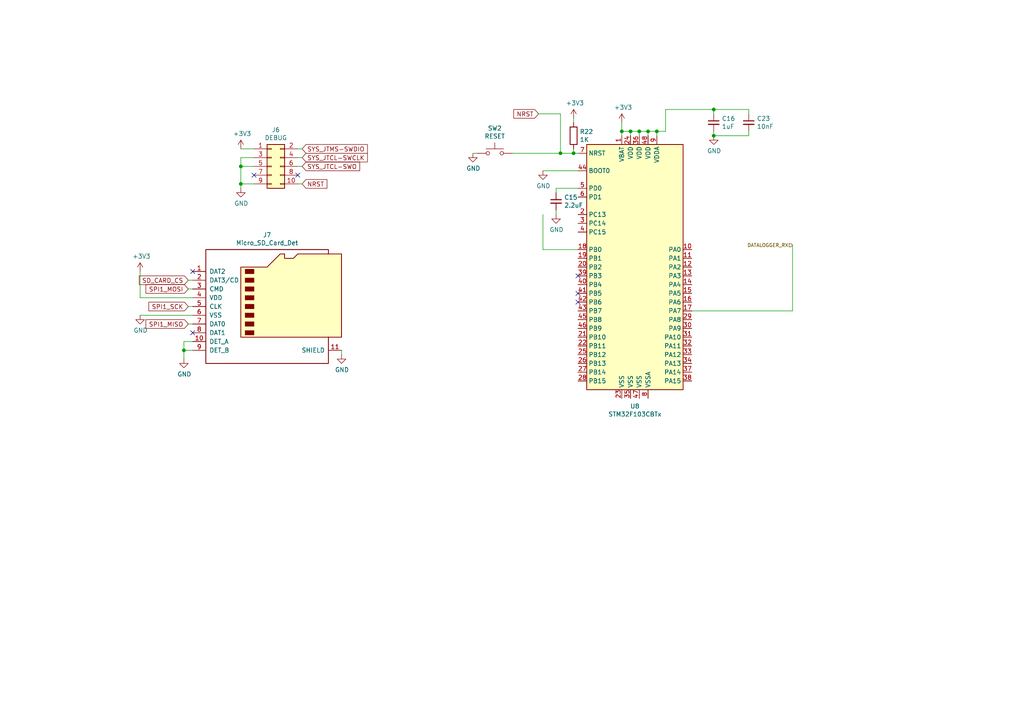
<source format=kicad_sch>
(kicad_sch (version 20211123) (generator eeschema)

  (uuid f33a3d47-7959-4a10-80ac-9b014d527e4d)

  (paper "A4")

  (lib_symbols
    (symbol "Connector:Micro_SD_Card_Det" (pin_names (offset 1.016)) (in_bom yes) (on_board yes)
      (property "Reference" "J" (id 0) (at -16.51 17.78 0)
        (effects (font (size 1.27 1.27)))
      )
      (property "Value" "Micro_SD_Card_Det" (id 1) (at 16.51 17.78 0)
        (effects (font (size 1.27 1.27)) (justify right))
      )
      (property "Footprint" "" (id 2) (at 52.07 17.78 0)
        (effects (font (size 1.27 1.27)) hide)
      )
      (property "Datasheet" "https://www.hirose.com/product/en/download_file/key_name/DM3/category/Catalog/doc_file_id/49662/?file_category_id=4&item_id=195&is_series=1" (id 3) (at 0 2.54 0)
        (effects (font (size 1.27 1.27)) hide)
      )
      (property "ki_keywords" "connector SD microsd" (id 4) (at 0 0 0)
        (effects (font (size 1.27 1.27)) hide)
      )
      (property "ki_description" "Micro SD Card Socket with card detection pins" (id 5) (at 0 0 0)
        (effects (font (size 1.27 1.27)) hide)
      )
      (property "ki_fp_filters" "microSD*" (id 6) (at 0 0 0)
        (effects (font (size 1.27 1.27)) hide)
      )
      (symbol "Micro_SD_Card_Det_0_1"
        (rectangle (start -7.62 -6.985) (end -5.08 -8.255)
          (stroke (width 0) (type default) (color 0 0 0 0))
          (fill (type outline))
        )
        (rectangle (start -7.62 -4.445) (end -5.08 -5.715)
          (stroke (width 0) (type default) (color 0 0 0 0))
          (fill (type outline))
        )
        (rectangle (start -7.62 -1.905) (end -5.08 -3.175)
          (stroke (width 0) (type default) (color 0 0 0 0))
          (fill (type outline))
        )
        (rectangle (start -7.62 0.635) (end -5.08 -0.635)
          (stroke (width 0) (type default) (color 0 0 0 0))
          (fill (type outline))
        )
        (rectangle (start -7.62 3.175) (end -5.08 1.905)
          (stroke (width 0) (type default) (color 0 0 0 0))
          (fill (type outline))
        )
        (rectangle (start -7.62 5.715) (end -5.08 4.445)
          (stroke (width 0) (type default) (color 0 0 0 0))
          (fill (type outline))
        )
        (rectangle (start -7.62 8.255) (end -5.08 6.985)
          (stroke (width 0) (type default) (color 0 0 0 0))
          (fill (type outline))
        )
        (rectangle (start -7.62 10.795) (end -5.08 9.525)
          (stroke (width 0) (type default) (color 0 0 0 0))
          (fill (type outline))
        )
        (polyline
          (pts
            (xy 16.51 15.24)
            (xy 16.51 16.51)
            (xy -19.05 16.51)
            (xy -19.05 -16.51)
            (xy 16.51 -16.51)
            (xy 16.51 -8.89)
          )
          (stroke (width 0.254) (type default) (color 0 0 0 0))
          (fill (type none))
        )
        (polyline
          (pts
            (xy -8.89 -8.89)
            (xy -8.89 11.43)
            (xy -1.27 11.43)
            (xy 2.54 15.24)
            (xy 3.81 15.24)
            (xy 3.81 13.97)
            (xy 6.35 13.97)
            (xy 7.62 15.24)
            (xy 20.32 15.24)
            (xy 20.32 -8.89)
            (xy -8.89 -8.89)
          )
          (stroke (width 0.254) (type default) (color 0 0 0 0))
          (fill (type background))
        )
      )
      (symbol "Micro_SD_Card_Det_1_1"
        (pin bidirectional line (at -22.86 10.16 0) (length 3.81)
          (name "DAT2" (effects (font (size 1.27 1.27))))
          (number "1" (effects (font (size 1.27 1.27))))
        )
        (pin passive line (at -22.86 -10.16 0) (length 3.81)
          (name "DET_A" (effects (font (size 1.27 1.27))))
          (number "10" (effects (font (size 1.27 1.27))))
        )
        (pin passive line (at 20.32 -12.7 180) (length 3.81)
          (name "SHIELD" (effects (font (size 1.27 1.27))))
          (number "11" (effects (font (size 1.27 1.27))))
        )
        (pin bidirectional line (at -22.86 7.62 0) (length 3.81)
          (name "DAT3/CD" (effects (font (size 1.27 1.27))))
          (number "2" (effects (font (size 1.27 1.27))))
        )
        (pin input line (at -22.86 5.08 0) (length 3.81)
          (name "CMD" (effects (font (size 1.27 1.27))))
          (number "3" (effects (font (size 1.27 1.27))))
        )
        (pin power_in line (at -22.86 2.54 0) (length 3.81)
          (name "VDD" (effects (font (size 1.27 1.27))))
          (number "4" (effects (font (size 1.27 1.27))))
        )
        (pin input line (at -22.86 0 0) (length 3.81)
          (name "CLK" (effects (font (size 1.27 1.27))))
          (number "5" (effects (font (size 1.27 1.27))))
        )
        (pin power_in line (at -22.86 -2.54 0) (length 3.81)
          (name "VSS" (effects (font (size 1.27 1.27))))
          (number "6" (effects (font (size 1.27 1.27))))
        )
        (pin bidirectional line (at -22.86 -5.08 0) (length 3.81)
          (name "DAT0" (effects (font (size 1.27 1.27))))
          (number "7" (effects (font (size 1.27 1.27))))
        )
        (pin bidirectional line (at -22.86 -7.62 0) (length 3.81)
          (name "DAT1" (effects (font (size 1.27 1.27))))
          (number "8" (effects (font (size 1.27 1.27))))
        )
        (pin passive line (at -22.86 -12.7 0) (length 3.81)
          (name "DET_B" (effects (font (size 1.27 1.27))))
          (number "9" (effects (font (size 1.27 1.27))))
        )
      )
    )
    (symbol "Connector_Generic:Conn_02x05_Odd_Even" (pin_names (offset 1.016) hide) (in_bom yes) (on_board yes)
      (property "Reference" "J" (id 0) (at 1.27 7.62 0)
        (effects (font (size 1.27 1.27)))
      )
      (property "Value" "Conn_02x05_Odd_Even" (id 1) (at 1.27 -7.62 0)
        (effects (font (size 1.27 1.27)))
      )
      (property "Footprint" "" (id 2) (at 0 0 0)
        (effects (font (size 1.27 1.27)) hide)
      )
      (property "Datasheet" "~" (id 3) (at 0 0 0)
        (effects (font (size 1.27 1.27)) hide)
      )
      (property "ki_keywords" "connector" (id 4) (at 0 0 0)
        (effects (font (size 1.27 1.27)) hide)
      )
      (property "ki_description" "Generic connector, double row, 02x05, odd/even pin numbering scheme (row 1 odd numbers, row 2 even numbers), script generated (kicad-library-utils/schlib/autogen/connector/)" (id 5) (at 0 0 0)
        (effects (font (size 1.27 1.27)) hide)
      )
      (property "ki_fp_filters" "Connector*:*_2x??_*" (id 6) (at 0 0 0)
        (effects (font (size 1.27 1.27)) hide)
      )
      (symbol "Conn_02x05_Odd_Even_1_1"
        (rectangle (start -1.27 -4.953) (end 0 -5.207)
          (stroke (width 0.1524) (type default) (color 0 0 0 0))
          (fill (type none))
        )
        (rectangle (start -1.27 -2.413) (end 0 -2.667)
          (stroke (width 0.1524) (type default) (color 0 0 0 0))
          (fill (type none))
        )
        (rectangle (start -1.27 0.127) (end 0 -0.127)
          (stroke (width 0.1524) (type default) (color 0 0 0 0))
          (fill (type none))
        )
        (rectangle (start -1.27 2.667) (end 0 2.413)
          (stroke (width 0.1524) (type default) (color 0 0 0 0))
          (fill (type none))
        )
        (rectangle (start -1.27 5.207) (end 0 4.953)
          (stroke (width 0.1524) (type default) (color 0 0 0 0))
          (fill (type none))
        )
        (rectangle (start -1.27 6.35) (end 3.81 -6.35)
          (stroke (width 0.254) (type default) (color 0 0 0 0))
          (fill (type background))
        )
        (rectangle (start 3.81 -4.953) (end 2.54 -5.207)
          (stroke (width 0.1524) (type default) (color 0 0 0 0))
          (fill (type none))
        )
        (rectangle (start 3.81 -2.413) (end 2.54 -2.667)
          (stroke (width 0.1524) (type default) (color 0 0 0 0))
          (fill (type none))
        )
        (rectangle (start 3.81 0.127) (end 2.54 -0.127)
          (stroke (width 0.1524) (type default) (color 0 0 0 0))
          (fill (type none))
        )
        (rectangle (start 3.81 2.667) (end 2.54 2.413)
          (stroke (width 0.1524) (type default) (color 0 0 0 0))
          (fill (type none))
        )
        (rectangle (start 3.81 5.207) (end 2.54 4.953)
          (stroke (width 0.1524) (type default) (color 0 0 0 0))
          (fill (type none))
        )
        (pin passive line (at -5.08 5.08 0) (length 3.81)
          (name "Pin_1" (effects (font (size 1.27 1.27))))
          (number "1" (effects (font (size 1.27 1.27))))
        )
        (pin passive line (at 7.62 -5.08 180) (length 3.81)
          (name "Pin_10" (effects (font (size 1.27 1.27))))
          (number "10" (effects (font (size 1.27 1.27))))
        )
        (pin passive line (at 7.62 5.08 180) (length 3.81)
          (name "Pin_2" (effects (font (size 1.27 1.27))))
          (number "2" (effects (font (size 1.27 1.27))))
        )
        (pin passive line (at -5.08 2.54 0) (length 3.81)
          (name "Pin_3" (effects (font (size 1.27 1.27))))
          (number "3" (effects (font (size 1.27 1.27))))
        )
        (pin passive line (at 7.62 2.54 180) (length 3.81)
          (name "Pin_4" (effects (font (size 1.27 1.27))))
          (number "4" (effects (font (size 1.27 1.27))))
        )
        (pin passive line (at -5.08 0 0) (length 3.81)
          (name "Pin_5" (effects (font (size 1.27 1.27))))
          (number "5" (effects (font (size 1.27 1.27))))
        )
        (pin passive line (at 7.62 0 180) (length 3.81)
          (name "Pin_6" (effects (font (size 1.27 1.27))))
          (number "6" (effects (font (size 1.27 1.27))))
        )
        (pin passive line (at -5.08 -2.54 0) (length 3.81)
          (name "Pin_7" (effects (font (size 1.27 1.27))))
          (number "7" (effects (font (size 1.27 1.27))))
        )
        (pin passive line (at 7.62 -2.54 180) (length 3.81)
          (name "Pin_8" (effects (font (size 1.27 1.27))))
          (number "8" (effects (font (size 1.27 1.27))))
        )
        (pin passive line (at -5.08 -5.08 0) (length 3.81)
          (name "Pin_9" (effects (font (size 1.27 1.27))))
          (number "9" (effects (font (size 1.27 1.27))))
        )
      )
    )
    (symbol "Device:C_Small" (pin_numbers hide) (pin_names (offset 0.254) hide) (in_bom yes) (on_board yes)
      (property "Reference" "C" (id 0) (at 0.254 1.778 0)
        (effects (font (size 1.27 1.27)) (justify left))
      )
      (property "Value" "C_Small" (id 1) (at 0.254 -2.032 0)
        (effects (font (size 1.27 1.27)) (justify left))
      )
      (property "Footprint" "" (id 2) (at 0 0 0)
        (effects (font (size 1.27 1.27)) hide)
      )
      (property "Datasheet" "~" (id 3) (at 0 0 0)
        (effects (font (size 1.27 1.27)) hide)
      )
      (property "ki_keywords" "capacitor cap" (id 4) (at 0 0 0)
        (effects (font (size 1.27 1.27)) hide)
      )
      (property "ki_description" "Unpolarized capacitor, small symbol" (id 5) (at 0 0 0)
        (effects (font (size 1.27 1.27)) hide)
      )
      (property "ki_fp_filters" "C_*" (id 6) (at 0 0 0)
        (effects (font (size 1.27 1.27)) hide)
      )
      (symbol "C_Small_0_1"
        (polyline
          (pts
            (xy -1.524 -0.508)
            (xy 1.524 -0.508)
          )
          (stroke (width 0.3302) (type default) (color 0 0 0 0))
          (fill (type none))
        )
        (polyline
          (pts
            (xy -1.524 0.508)
            (xy 1.524 0.508)
          )
          (stroke (width 0.3048) (type default) (color 0 0 0 0))
          (fill (type none))
        )
      )
      (symbol "C_Small_1_1"
        (pin passive line (at 0 2.54 270) (length 2.032)
          (name "~" (effects (font (size 1.27 1.27))))
          (number "1" (effects (font (size 1.27 1.27))))
        )
        (pin passive line (at 0 -2.54 90) (length 2.032)
          (name "~" (effects (font (size 1.27 1.27))))
          (number "2" (effects (font (size 1.27 1.27))))
        )
      )
    )
    (symbol "Device:R" (pin_numbers hide) (pin_names (offset 0)) (in_bom yes) (on_board yes)
      (property "Reference" "R" (id 0) (at 2.032 0 90)
        (effects (font (size 1.27 1.27)))
      )
      (property "Value" "R" (id 1) (at 0 0 90)
        (effects (font (size 1.27 1.27)))
      )
      (property "Footprint" "" (id 2) (at -1.778 0 90)
        (effects (font (size 1.27 1.27)) hide)
      )
      (property "Datasheet" "~" (id 3) (at 0 0 0)
        (effects (font (size 1.27 1.27)) hide)
      )
      (property "ki_keywords" "R res resistor" (id 4) (at 0 0 0)
        (effects (font (size 1.27 1.27)) hide)
      )
      (property "ki_description" "Resistor" (id 5) (at 0 0 0)
        (effects (font (size 1.27 1.27)) hide)
      )
      (property "ki_fp_filters" "R_*" (id 6) (at 0 0 0)
        (effects (font (size 1.27 1.27)) hide)
      )
      (symbol "R_0_1"
        (rectangle (start -1.016 -2.54) (end 1.016 2.54)
          (stroke (width 0.254) (type default) (color 0 0 0 0))
          (fill (type none))
        )
      )
      (symbol "R_1_1"
        (pin passive line (at 0 3.81 270) (length 1.27)
          (name "~" (effects (font (size 1.27 1.27))))
          (number "1" (effects (font (size 1.27 1.27))))
        )
        (pin passive line (at 0 -3.81 90) (length 1.27)
          (name "~" (effects (font (size 1.27 1.27))))
          (number "2" (effects (font (size 1.27 1.27))))
        )
      )
    )
    (symbol "ECE477_PCB-rescue:+3.3V-power" (power) (pin_names (offset 0)) (in_bom yes) (on_board yes)
      (property "Reference" "#PWR" (id 0) (at 0 -3.81 0)
        (effects (font (size 1.27 1.27)) hide)
      )
      (property "Value" "+3.3V-power" (id 1) (at 0 3.556 0)
        (effects (font (size 1.27 1.27)))
      )
      (property "Footprint" "" (id 2) (at 0 0 0)
        (effects (font (size 1.27 1.27)) hide)
      )
      (property "Datasheet" "" (id 3) (at 0 0 0)
        (effects (font (size 1.27 1.27)) hide)
      )
      (symbol "+3.3V-power_0_1"
        (polyline
          (pts
            (xy -0.762 1.27)
            (xy 0 2.54)
          )
          (stroke (width 0) (type default) (color 0 0 0 0))
          (fill (type none))
        )
        (polyline
          (pts
            (xy 0 0)
            (xy 0 2.54)
          )
          (stroke (width 0) (type default) (color 0 0 0 0))
          (fill (type none))
        )
        (polyline
          (pts
            (xy 0 2.54)
            (xy 0.762 1.27)
          )
          (stroke (width 0) (type default) (color 0 0 0 0))
          (fill (type none))
        )
      )
      (symbol "+3.3V-power_1_1"
        (pin power_in line (at 0 0 90) (length 0) hide
          (name "+3V3" (effects (font (size 1.27 1.27))))
          (number "1" (effects (font (size 1.27 1.27))))
        )
      )
    )
    (symbol "MCU_ST_STM32F1:STM32F103CBTx" (in_bom yes) (on_board yes)
      (property "Reference" "U" (id 0) (at -15.24 36.83 0)
        (effects (font (size 1.27 1.27)) (justify left))
      )
      (property "Value" "STM32F103CBTx" (id 1) (at 7.62 36.83 0)
        (effects (font (size 1.27 1.27)) (justify left))
      )
      (property "Footprint" "Package_QFP:LQFP-48_7x7mm_P0.5mm" (id 2) (at -15.24 -35.56 0)
        (effects (font (size 1.27 1.27)) (justify right) hide)
      )
      (property "Datasheet" "http://www.st.com/st-web-ui/static/active/en/resource/technical/document/datasheet/CD00161566.pdf" (id 3) (at 0 0 0)
        (effects (font (size 1.27 1.27)) hide)
      )
      (property "ki_keywords" "ARM Cortex-M3 STM32F1 STM32F103" (id 4) (at 0 0 0)
        (effects (font (size 1.27 1.27)) hide)
      )
      (property "ki_description" "ARM Cortex-M3 MCU, 128KB flash, 20KB RAM, 72MHz, 2-3.6V, 37 GPIO, LQFP-48" (id 5) (at 0 0 0)
        (effects (font (size 1.27 1.27)) hide)
      )
      (property "ki_fp_filters" "LQFP*7x7mm*P0.5mm*" (id 6) (at 0 0 0)
        (effects (font (size 1.27 1.27)) hide)
      )
      (symbol "STM32F103CBTx_0_1"
        (rectangle (start -15.24 -35.56) (end 12.7 35.56)
          (stroke (width 0.254) (type default) (color 0 0 0 0))
          (fill (type background))
        )
      )
      (symbol "STM32F103CBTx_1_1"
        (pin power_in line (at -5.08 38.1 270) (length 2.54)
          (name "VBAT" (effects (font (size 1.27 1.27))))
          (number "1" (effects (font (size 1.27 1.27))))
        )
        (pin bidirectional line (at 15.24 5.08 180) (length 2.54)
          (name "PA0" (effects (font (size 1.27 1.27))))
          (number "10" (effects (font (size 1.27 1.27))))
        )
        (pin bidirectional line (at 15.24 2.54 180) (length 2.54)
          (name "PA1" (effects (font (size 1.27 1.27))))
          (number "11" (effects (font (size 1.27 1.27))))
        )
        (pin bidirectional line (at 15.24 0 180) (length 2.54)
          (name "PA2" (effects (font (size 1.27 1.27))))
          (number "12" (effects (font (size 1.27 1.27))))
        )
        (pin bidirectional line (at 15.24 -2.54 180) (length 2.54)
          (name "PA3" (effects (font (size 1.27 1.27))))
          (number "13" (effects (font (size 1.27 1.27))))
        )
        (pin bidirectional line (at 15.24 -5.08 180) (length 2.54)
          (name "PA4" (effects (font (size 1.27 1.27))))
          (number "14" (effects (font (size 1.27 1.27))))
        )
        (pin bidirectional line (at 15.24 -7.62 180) (length 2.54)
          (name "PA5" (effects (font (size 1.27 1.27))))
          (number "15" (effects (font (size 1.27 1.27))))
        )
        (pin bidirectional line (at 15.24 -10.16 180) (length 2.54)
          (name "PA6" (effects (font (size 1.27 1.27))))
          (number "16" (effects (font (size 1.27 1.27))))
        )
        (pin bidirectional line (at 15.24 -12.7 180) (length 2.54)
          (name "PA7" (effects (font (size 1.27 1.27))))
          (number "17" (effects (font (size 1.27 1.27))))
        )
        (pin bidirectional line (at -17.78 5.08 0) (length 2.54)
          (name "PB0" (effects (font (size 1.27 1.27))))
          (number "18" (effects (font (size 1.27 1.27))))
        )
        (pin bidirectional line (at -17.78 2.54 0) (length 2.54)
          (name "PB1" (effects (font (size 1.27 1.27))))
          (number "19" (effects (font (size 1.27 1.27))))
        )
        (pin bidirectional line (at -17.78 15.24 0) (length 2.54)
          (name "PC13" (effects (font (size 1.27 1.27))))
          (number "2" (effects (font (size 1.27 1.27))))
        )
        (pin bidirectional line (at -17.78 0 0) (length 2.54)
          (name "PB2" (effects (font (size 1.27 1.27))))
          (number "20" (effects (font (size 1.27 1.27))))
        )
        (pin bidirectional line (at -17.78 -20.32 0) (length 2.54)
          (name "PB10" (effects (font (size 1.27 1.27))))
          (number "21" (effects (font (size 1.27 1.27))))
        )
        (pin bidirectional line (at -17.78 -22.86 0) (length 2.54)
          (name "PB11" (effects (font (size 1.27 1.27))))
          (number "22" (effects (font (size 1.27 1.27))))
        )
        (pin power_in line (at -5.08 -38.1 90) (length 2.54)
          (name "VSS" (effects (font (size 1.27 1.27))))
          (number "23" (effects (font (size 1.27 1.27))))
        )
        (pin power_in line (at -2.54 38.1 270) (length 2.54)
          (name "VDD" (effects (font (size 1.27 1.27))))
          (number "24" (effects (font (size 1.27 1.27))))
        )
        (pin bidirectional line (at -17.78 -25.4 0) (length 2.54)
          (name "PB12" (effects (font (size 1.27 1.27))))
          (number "25" (effects (font (size 1.27 1.27))))
        )
        (pin bidirectional line (at -17.78 -27.94 0) (length 2.54)
          (name "PB13" (effects (font (size 1.27 1.27))))
          (number "26" (effects (font (size 1.27 1.27))))
        )
        (pin bidirectional line (at -17.78 -30.48 0) (length 2.54)
          (name "PB14" (effects (font (size 1.27 1.27))))
          (number "27" (effects (font (size 1.27 1.27))))
        )
        (pin bidirectional line (at -17.78 -33.02 0) (length 2.54)
          (name "PB15" (effects (font (size 1.27 1.27))))
          (number "28" (effects (font (size 1.27 1.27))))
        )
        (pin bidirectional line (at 15.24 -15.24 180) (length 2.54)
          (name "PA8" (effects (font (size 1.27 1.27))))
          (number "29" (effects (font (size 1.27 1.27))))
        )
        (pin bidirectional line (at -17.78 12.7 0) (length 2.54)
          (name "PC14" (effects (font (size 1.27 1.27))))
          (number "3" (effects (font (size 1.27 1.27))))
        )
        (pin bidirectional line (at 15.24 -17.78 180) (length 2.54)
          (name "PA9" (effects (font (size 1.27 1.27))))
          (number "30" (effects (font (size 1.27 1.27))))
        )
        (pin bidirectional line (at 15.24 -20.32 180) (length 2.54)
          (name "PA10" (effects (font (size 1.27 1.27))))
          (number "31" (effects (font (size 1.27 1.27))))
        )
        (pin bidirectional line (at 15.24 -22.86 180) (length 2.54)
          (name "PA11" (effects (font (size 1.27 1.27))))
          (number "32" (effects (font (size 1.27 1.27))))
        )
        (pin bidirectional line (at 15.24 -25.4 180) (length 2.54)
          (name "PA12" (effects (font (size 1.27 1.27))))
          (number "33" (effects (font (size 1.27 1.27))))
        )
        (pin bidirectional line (at 15.24 -27.94 180) (length 2.54)
          (name "PA13" (effects (font (size 1.27 1.27))))
          (number "34" (effects (font (size 1.27 1.27))))
        )
        (pin power_in line (at -2.54 -38.1 90) (length 2.54)
          (name "VSS" (effects (font (size 1.27 1.27))))
          (number "35" (effects (font (size 1.27 1.27))))
        )
        (pin power_in line (at 0 38.1 270) (length 2.54)
          (name "VDD" (effects (font (size 1.27 1.27))))
          (number "36" (effects (font (size 1.27 1.27))))
        )
        (pin bidirectional line (at 15.24 -30.48 180) (length 2.54)
          (name "PA14" (effects (font (size 1.27 1.27))))
          (number "37" (effects (font (size 1.27 1.27))))
        )
        (pin bidirectional line (at 15.24 -33.02 180) (length 2.54)
          (name "PA15" (effects (font (size 1.27 1.27))))
          (number "38" (effects (font (size 1.27 1.27))))
        )
        (pin bidirectional line (at -17.78 -2.54 0) (length 2.54)
          (name "PB3" (effects (font (size 1.27 1.27))))
          (number "39" (effects (font (size 1.27 1.27))))
        )
        (pin bidirectional line (at -17.78 10.16 0) (length 2.54)
          (name "PC15" (effects (font (size 1.27 1.27))))
          (number "4" (effects (font (size 1.27 1.27))))
        )
        (pin bidirectional line (at -17.78 -5.08 0) (length 2.54)
          (name "PB4" (effects (font (size 1.27 1.27))))
          (number "40" (effects (font (size 1.27 1.27))))
        )
        (pin bidirectional line (at -17.78 -7.62 0) (length 2.54)
          (name "PB5" (effects (font (size 1.27 1.27))))
          (number "41" (effects (font (size 1.27 1.27))))
        )
        (pin bidirectional line (at -17.78 -10.16 0) (length 2.54)
          (name "PB6" (effects (font (size 1.27 1.27))))
          (number "42" (effects (font (size 1.27 1.27))))
        )
        (pin bidirectional line (at -17.78 -12.7 0) (length 2.54)
          (name "PB7" (effects (font (size 1.27 1.27))))
          (number "43" (effects (font (size 1.27 1.27))))
        )
        (pin input line (at -17.78 27.94 0) (length 2.54)
          (name "BOOT0" (effects (font (size 1.27 1.27))))
          (number "44" (effects (font (size 1.27 1.27))))
        )
        (pin bidirectional line (at -17.78 -15.24 0) (length 2.54)
          (name "PB8" (effects (font (size 1.27 1.27))))
          (number "45" (effects (font (size 1.27 1.27))))
        )
        (pin bidirectional line (at -17.78 -17.78 0) (length 2.54)
          (name "PB9" (effects (font (size 1.27 1.27))))
          (number "46" (effects (font (size 1.27 1.27))))
        )
        (pin power_in line (at 0 -38.1 90) (length 2.54)
          (name "VSS" (effects (font (size 1.27 1.27))))
          (number "47" (effects (font (size 1.27 1.27))))
        )
        (pin power_in line (at 2.54 38.1 270) (length 2.54)
          (name "VDD" (effects (font (size 1.27 1.27))))
          (number "48" (effects (font (size 1.27 1.27))))
        )
        (pin input line (at -17.78 22.86 0) (length 2.54)
          (name "PD0" (effects (font (size 1.27 1.27))))
          (number "5" (effects (font (size 1.27 1.27))))
        )
        (pin input line (at -17.78 20.32 0) (length 2.54)
          (name "PD1" (effects (font (size 1.27 1.27))))
          (number "6" (effects (font (size 1.27 1.27))))
        )
        (pin input line (at -17.78 33.02 0) (length 2.54)
          (name "NRST" (effects (font (size 1.27 1.27))))
          (number "7" (effects (font (size 1.27 1.27))))
        )
        (pin power_in line (at 2.54 -38.1 90) (length 2.54)
          (name "VSSA" (effects (font (size 1.27 1.27))))
          (number "8" (effects (font (size 1.27 1.27))))
        )
        (pin power_in line (at 5.08 38.1 270) (length 2.54)
          (name "VDDA" (effects (font (size 1.27 1.27))))
          (number "9" (effects (font (size 1.27 1.27))))
        )
      )
    )
    (symbol "Switch:SW_Push" (pin_numbers hide) (pin_names (offset 1.016) hide) (in_bom yes) (on_board yes)
      (property "Reference" "SW" (id 0) (at 1.27 2.54 0)
        (effects (font (size 1.27 1.27)) (justify left))
      )
      (property "Value" "SW_Push" (id 1) (at 0 -1.524 0)
        (effects (font (size 1.27 1.27)))
      )
      (property "Footprint" "" (id 2) (at 0 5.08 0)
        (effects (font (size 1.27 1.27)) hide)
      )
      (property "Datasheet" "~" (id 3) (at 0 5.08 0)
        (effects (font (size 1.27 1.27)) hide)
      )
      (property "ki_keywords" "switch normally-open pushbutton push-button" (id 4) (at 0 0 0)
        (effects (font (size 1.27 1.27)) hide)
      )
      (property "ki_description" "Push button switch, generic, two pins" (id 5) (at 0 0 0)
        (effects (font (size 1.27 1.27)) hide)
      )
      (symbol "SW_Push_0_1"
        (circle (center -2.032 0) (radius 0.508)
          (stroke (width 0) (type default) (color 0 0 0 0))
          (fill (type none))
        )
        (polyline
          (pts
            (xy 0 1.27)
            (xy 0 3.048)
          )
          (stroke (width 0) (type default) (color 0 0 0 0))
          (fill (type none))
        )
        (polyline
          (pts
            (xy 2.54 1.27)
            (xy -2.54 1.27)
          )
          (stroke (width 0) (type default) (color 0 0 0 0))
          (fill (type none))
        )
        (circle (center 2.032 0) (radius 0.508)
          (stroke (width 0) (type default) (color 0 0 0 0))
          (fill (type none))
        )
        (pin passive line (at -5.08 0 0) (length 2.54)
          (name "1" (effects (font (size 1.27 1.27))))
          (number "1" (effects (font (size 1.27 1.27))))
        )
        (pin passive line (at 5.08 0 180) (length 2.54)
          (name "2" (effects (font (size 1.27 1.27))))
          (number "2" (effects (font (size 1.27 1.27))))
        )
      )
    )
    (symbol "power:GND" (power) (pin_names (offset 0)) (in_bom yes) (on_board yes)
      (property "Reference" "#PWR" (id 0) (at 0 -6.35 0)
        (effects (font (size 1.27 1.27)) hide)
      )
      (property "Value" "GND" (id 1) (at 0 -3.81 0)
        (effects (font (size 1.27 1.27)))
      )
      (property "Footprint" "" (id 2) (at 0 0 0)
        (effects (font (size 1.27 1.27)) hide)
      )
      (property "Datasheet" "" (id 3) (at 0 0 0)
        (effects (font (size 1.27 1.27)) hide)
      )
      (property "ki_keywords" "power-flag" (id 4) (at 0 0 0)
        (effects (font (size 1.27 1.27)) hide)
      )
      (property "ki_description" "Power symbol creates a global label with name \"GND\" , ground" (id 5) (at 0 0 0)
        (effects (font (size 1.27 1.27)) hide)
      )
      (symbol "GND_0_1"
        (polyline
          (pts
            (xy 0 0)
            (xy 0 -1.27)
            (xy 1.27 -1.27)
            (xy 0 -2.54)
            (xy -1.27 -1.27)
            (xy 0 -1.27)
          )
          (stroke (width 0) (type default) (color 0 0 0 0))
          (fill (type none))
        )
      )
      (symbol "GND_1_1"
        (pin power_in line (at 0 0 270) (length 0) hide
          (name "GND" (effects (font (size 1.27 1.27))))
          (number "1" (effects (font (size 1.27 1.27))))
        )
      )
    )
  )

  (junction (at 185.42 38.1) (diameter 0) (color 0 0 0 0)
    (uuid 0f5f3738-cfe4-42dc-8327-85dfb9587eef)
  )
  (junction (at 207.01 31.75) (diameter 0) (color 0 0 0 0)
    (uuid 0f814e05-74b4-4210-b2e8-db5b1b36e223)
  )
  (junction (at 187.96 38.1) (diameter 0) (color 0 0 0 0)
    (uuid 356a1bae-b9f3-4ca0-8d6d-f5d9c02aa016)
  )
  (junction (at 162.56 44.45) (diameter 0) (color 0 0 0 0)
    (uuid 43ea454f-5f36-42c0-8f5c-05e537db02a0)
  )
  (junction (at 190.5 38.1) (diameter 0) (color 0 0 0 0)
    (uuid 5444a00c-d21d-43d8-add2-480ea1790968)
  )
  (junction (at 166.37 44.45) (diameter 0) (color 0 0 0 0)
    (uuid 57c9a285-d676-476e-b28d-2f47023ceada)
  )
  (junction (at 69.85 53.34) (diameter 0) (color 0 0 0 0)
    (uuid 73e35028-fd56-4bdb-885c-71a370b770c6)
  )
  (junction (at 207.01 39.37) (diameter 0) (color 0 0 0 0)
    (uuid 758d5aff-6576-4c5e-a2fa-31c2619d194f)
  )
  (junction (at 182.88 38.1) (diameter 0) (color 0 0 0 0)
    (uuid 94df5235-f76c-4752-9594-8d970aca4054)
  )
  (junction (at 53.34 101.6) (diameter 0) (color 0 0 0 0)
    (uuid b2d70302-4293-4e19-82b1-ed90ff44279b)
  )
  (junction (at 180.34 38.1) (diameter 0) (color 0 0 0 0)
    (uuid b3106ee4-36e9-48d5-bc0a-a0dbf61dbc68)
  )
  (junction (at 69.85 48.26) (diameter 0) (color 0 0 0 0)
    (uuid d66569cc-5de6-4521-bd62-eb3f8e20d781)
  )

  (no_connect (at 73.66 50.8) (uuid 142be6d3-62a1-400e-b32a-3ee4b50b5baf))
  (no_connect (at 55.88 78.74) (uuid 409fd537-f037-437f-9fb9-89604f46a69f))
  (no_connect (at 167.64 80.01) (uuid 4d10ef4b-ba67-4228-8d97-9a93ecc59921))
  (no_connect (at 86.36 50.8) (uuid a35f9b66-97aa-4df2-9ad5-e408c04e9aaa))
  (no_connect (at 55.88 96.52) (uuid cd621c37-2675-4dae-a360-b1198a60f745))
  (no_connect (at 167.64 87.63) (uuid ed75a7ed-3f8f-4f71-beb1-218faf5904d1))
  (no_connect (at 167.64 85.09) (uuid f4c037a0-5cdb-4bcd-9bbe-1686af0d7805))

  (wire (pts (xy 207.01 39.37) (xy 207.01 38.1))
    (stroke (width 0) (type default) (color 0 0 0 0))
    (uuid 0207d47e-7d0a-4a24-b5be-f83d9f979c60)
  )
  (wire (pts (xy 166.37 35.56) (xy 166.37 34.29))
    (stroke (width 0) (type default) (color 0 0 0 0))
    (uuid 0a1576db-ea85-47fe-a597-9cd70db42a2e)
  )
  (wire (pts (xy 137.16 44.45) (xy 138.43 44.45))
    (stroke (width 0) (type default) (color 0 0 0 0))
    (uuid 0c4c659d-23fa-4293-bf4d-1483fc542380)
  )
  (wire (pts (xy 185.42 38.1) (xy 187.96 38.1))
    (stroke (width 0) (type default) (color 0 0 0 0))
    (uuid 0cebb7cb-e444-4514-8750-d7679accd6d1)
  )
  (wire (pts (xy 54.61 93.98) (xy 55.88 93.98))
    (stroke (width 0) (type default) (color 0 0 0 0))
    (uuid 0d526fe6-e31b-49df-a978-cfbe128b7b56)
  )
  (wire (pts (xy 69.85 54.61) (xy 69.85 53.34))
    (stroke (width 0) (type default) (color 0 0 0 0))
    (uuid 0dbc1f57-29a1-4056-a9cb-6b73e8ba60d4)
  )
  (wire (pts (xy 157.48 72.39) (xy 157.48 62.23))
    (stroke (width 0) (type default) (color 0 0 0 0))
    (uuid 11c7969e-db77-4e9b-9bbe-a75363d8eb89)
  )
  (wire (pts (xy 157.48 72.39) (xy 167.64 72.39))
    (stroke (width 0) (type default) (color 0 0 0 0))
    (uuid 18cff5b3-a514-4cd1-a778-e6965b2cddd4)
  )
  (wire (pts (xy 55.88 99.06) (xy 53.34 99.06))
    (stroke (width 0) (type default) (color 0 0 0 0))
    (uuid 216960c6-a75a-4f82-a383-71f0cdd98f3b)
  )
  (wire (pts (xy 166.37 44.45) (xy 167.64 44.45))
    (stroke (width 0) (type default) (color 0 0 0 0))
    (uuid 2a2cb61d-f0f9-46bf-8bad-3e85d104e4bd)
  )
  (wire (pts (xy 53.34 99.06) (xy 53.34 101.6))
    (stroke (width 0) (type default) (color 0 0 0 0))
    (uuid 2b8819e3-5092-49fe-823f-11a184873a26)
  )
  (wire (pts (xy 207.01 31.75) (xy 207.01 33.02))
    (stroke (width 0) (type default) (color 0 0 0 0))
    (uuid 2eb60ce1-dcf3-40d8-8f45-4f46c4f4fb4e)
  )
  (wire (pts (xy 73.66 48.26) (xy 69.85 48.26))
    (stroke (width 0) (type default) (color 0 0 0 0))
    (uuid 322ef6da-4ff6-4182-994f-16629a39b10b)
  )
  (wire (pts (xy 161.29 54.61) (xy 161.29 55.88))
    (stroke (width 0) (type default) (color 0 0 0 0))
    (uuid 33bcc1ce-f8d7-4853-a475-3349ee5e85d8)
  )
  (wire (pts (xy 53.34 104.14) (xy 53.34 101.6))
    (stroke (width 0) (type default) (color 0 0 0 0))
    (uuid 3771ba5c-3610-496f-9849-2ad8673cbb37)
  )
  (wire (pts (xy 69.85 48.26) (xy 69.85 53.34))
    (stroke (width 0) (type default) (color 0 0 0 0))
    (uuid 3a628bb1-34eb-404b-b4b5-fa9c0633a80f)
  )
  (wire (pts (xy 229.87 71.12) (xy 229.87 90.17))
    (stroke (width 0) (type default) (color 0 0 0 0))
    (uuid 3c33f691-4eb8-473a-9dec-fc83d3b70a52)
  )
  (wire (pts (xy 87.63 53.34) (xy 86.36 53.34))
    (stroke (width 0) (type default) (color 0 0 0 0))
    (uuid 3f2a132f-6802-401e-82e8-81e4696c9333)
  )
  (wire (pts (xy 207.01 31.75) (xy 217.17 31.75))
    (stroke (width 0) (type default) (color 0 0 0 0))
    (uuid 49761ab6-87c2-4655-84d3-597eadfd05b2)
  )
  (wire (pts (xy 229.87 90.17) (xy 200.66 90.17))
    (stroke (width 0) (type default) (color 0 0 0 0))
    (uuid 4b2b5989-7888-4a94-8929-b7ff9c901002)
  )
  (wire (pts (xy 54.61 81.28) (xy 55.88 81.28))
    (stroke (width 0) (type default) (color 0 0 0 0))
    (uuid 5cb4bf62-e1d9-4df6-987c-f99da0ec0886)
  )
  (wire (pts (xy 69.85 43.18) (xy 73.66 43.18))
    (stroke (width 0) (type default) (color 0 0 0 0))
    (uuid 5d4834ef-b3e0-457b-8153-31378a3c13ad)
  )
  (wire (pts (xy 187.96 38.1) (xy 190.5 38.1))
    (stroke (width 0) (type default) (color 0 0 0 0))
    (uuid 60717437-97bc-4dac-b6c9-bbe77c0c37cd)
  )
  (wire (pts (xy 217.17 31.75) (xy 217.17 33.02))
    (stroke (width 0) (type default) (color 0 0 0 0))
    (uuid 634762dc-8334-4eb4-bf03-33216bbbae44)
  )
  (wire (pts (xy 161.29 62.23) (xy 161.29 60.96))
    (stroke (width 0) (type default) (color 0 0 0 0))
    (uuid 641a7067-4fdf-4b4f-8fb8-8dce50e61c92)
  )
  (wire (pts (xy 190.5 38.1) (xy 190.5 39.37))
    (stroke (width 0) (type default) (color 0 0 0 0))
    (uuid 6853dde2-acee-4d2d-889c-a1066be48da2)
  )
  (wire (pts (xy 86.36 48.26) (xy 87.63 48.26))
    (stroke (width 0) (type default) (color 0 0 0 0))
    (uuid 68e02c48-8a0b-4333-9833-e31f1146e36d)
  )
  (wire (pts (xy 182.88 38.1) (xy 185.42 38.1))
    (stroke (width 0) (type default) (color 0 0 0 0))
    (uuid 6ccc5131-cedb-49b7-98d8-54f31934da32)
  )
  (wire (pts (xy 86.36 45.72) (xy 87.63 45.72))
    (stroke (width 0) (type default) (color 0 0 0 0))
    (uuid 6f9e0d2c-a15d-4791-95aa-ef65b2f5d95a)
  )
  (wire (pts (xy 54.61 83.82) (xy 55.88 83.82))
    (stroke (width 0) (type default) (color 0 0 0 0))
    (uuid 72725794-9ba4-4881-ab42-7ca71524d080)
  )
  (wire (pts (xy 180.34 39.37) (xy 180.34 38.1))
    (stroke (width 0) (type default) (color 0 0 0 0))
    (uuid 790338b4-da9f-4294-8fdd-27a2c57bcfe9)
  )
  (wire (pts (xy 185.42 38.1) (xy 185.42 39.37))
    (stroke (width 0) (type default) (color 0 0 0 0))
    (uuid 7ff460b5-f3d3-48a1-9215-dfc0f12358b6)
  )
  (wire (pts (xy 69.85 53.34) (xy 73.66 53.34))
    (stroke (width 0) (type default) (color 0 0 0 0))
    (uuid 849a574f-988e-4c90-a151-25c651f618d8)
  )
  (wire (pts (xy 193.04 31.75) (xy 193.04 38.1))
    (stroke (width 0) (type default) (color 0 0 0 0))
    (uuid 8701608a-2345-46f3-9bac-e54b77a9476d)
  )
  (wire (pts (xy 53.34 101.6) (xy 55.88 101.6))
    (stroke (width 0) (type default) (color 0 0 0 0))
    (uuid 8b95836b-901b-4c78-916b-5cb481163fd6)
  )
  (wire (pts (xy 157.48 49.53) (xy 167.64 49.53))
    (stroke (width 0) (type default) (color 0 0 0 0))
    (uuid 903aa0e0-68dd-4e4d-879a-ccf6fa1720d0)
  )
  (wire (pts (xy 55.88 86.36) (xy 40.64 86.36))
    (stroke (width 0) (type default) (color 0 0 0 0))
    (uuid 92cf023b-446b-4be4-889c-53447d8b64e0)
  )
  (wire (pts (xy 40.64 91.44) (xy 55.88 91.44))
    (stroke (width 0) (type default) (color 0 0 0 0))
    (uuid 95a472b1-c311-4d21-8de0-c9c690a27928)
  )
  (wire (pts (xy 69.85 48.26) (xy 69.85 45.72))
    (stroke (width 0) (type default) (color 0 0 0 0))
    (uuid 966cfe3e-a8f8-486e-b9ac-d7386a483e9c)
  )
  (wire (pts (xy 40.64 86.36) (xy 40.64 78.74))
    (stroke (width 0) (type default) (color 0 0 0 0))
    (uuid 9a36b1e3-8fa0-46f4-ae5b-b78e0a21444c)
  )
  (wire (pts (xy 180.34 38.1) (xy 182.88 38.1))
    (stroke (width 0) (type default) (color 0 0 0 0))
    (uuid 9ae53607-e269-47e8-a461-f3de3b382370)
  )
  (wire (pts (xy 207.01 39.37) (xy 217.17 39.37))
    (stroke (width 0) (type default) (color 0 0 0 0))
    (uuid 9f1c9db9-7449-4c09-a6d1-2bb92d19428b)
  )
  (wire (pts (xy 161.29 54.61) (xy 167.64 54.61))
    (stroke (width 0) (type default) (color 0 0 0 0))
    (uuid a5dbad83-0988-4a99-ad33-8fea8ae13877)
  )
  (wire (pts (xy 148.59 44.45) (xy 162.56 44.45))
    (stroke (width 0) (type default) (color 0 0 0 0))
    (uuid b1c083b9-2090-430b-8e14-1576dc24fc07)
  )
  (wire (pts (xy 69.85 45.72) (xy 73.66 45.72))
    (stroke (width 0) (type default) (color 0 0 0 0))
    (uuid b6883e9e-2846-47e6-b596-61699556525b)
  )
  (wire (pts (xy 180.34 35.56) (xy 180.34 38.1))
    (stroke (width 0) (type default) (color 0 0 0 0))
    (uuid b9fdcb77-efe9-4665-bc2c-e908a75d870e)
  )
  (wire (pts (xy 190.5 38.1) (xy 193.04 38.1))
    (stroke (width 0) (type default) (color 0 0 0 0))
    (uuid c0423f44-f566-4ca9-94dc-7d9cace886af)
  )
  (wire (pts (xy 99.06 101.6) (xy 99.06 102.87))
    (stroke (width 0) (type default) (color 0 0 0 0))
    (uuid c0961ad5-e915-449d-8c60-89924571b4fb)
  )
  (wire (pts (xy 166.37 43.18) (xy 166.37 44.45))
    (stroke (width 0) (type default) (color 0 0 0 0))
    (uuid c5170f00-204f-49a9-9da6-cee18a1fd283)
  )
  (wire (pts (xy 182.88 38.1) (xy 182.88 39.37))
    (stroke (width 0) (type default) (color 0 0 0 0))
    (uuid d0a67957-ea6b-4b27-927b-4553d2dfadd8)
  )
  (wire (pts (xy 86.36 43.18) (xy 87.63 43.18))
    (stroke (width 0) (type default) (color 0 0 0 0))
    (uuid da04d290-fcff-452e-9bab-b586713e1581)
  )
  (wire (pts (xy 193.04 31.75) (xy 207.01 31.75))
    (stroke (width 0) (type default) (color 0 0 0 0))
    (uuid dbe65ae5-aa8d-4aff-af9c-1774aa77c369)
  )
  (wire (pts (xy 187.96 38.1) (xy 187.96 39.37))
    (stroke (width 0) (type default) (color 0 0 0 0))
    (uuid e75fcdfc-340b-4841-ad63-4e5d7f3181d0)
  )
  (wire (pts (xy 217.17 39.37) (xy 217.17 38.1))
    (stroke (width 0) (type default) (color 0 0 0 0))
    (uuid f272540a-a53c-44fc-8d45-c0b9ff23df66)
  )
  (wire (pts (xy 54.61 88.9) (xy 55.88 88.9))
    (stroke (width 0) (type default) (color 0 0 0 0))
    (uuid fbbca14d-972c-4bd9-a348-6879eef7ae55)
  )
  (wire (pts (xy 162.56 44.45) (xy 166.37 44.45))
    (stroke (width 0) (type default) (color 0 0 0 0))
    (uuid fd671ef8-1fa2-4811-958c-b56fbe6e16e9)
  )
  (wire (pts (xy 162.56 33.02) (xy 162.56 44.45))
    (stroke (width 0) (type default) (color 0 0 0 0))
    (uuid fe3dda21-578c-4bf3-8696-e2aa03e6eb87)
  )
  (wire (pts (xy 156.21 33.02) (xy 162.56 33.02))
    (stroke (width 0) (type default) (color 0 0 0 0))
    (uuid feb2e75f-a58e-41da-bf7a-e0356f274ff2)
  )

  (global_label "SYS_JTCL-SWO" (shape input) (at 87.63 48.26 0) (fields_autoplaced)
    (effects (font (size 1.27 1.27)) (justify left))
    (uuid 1d5da4fc-d946-4fd3-b7f0-c4e0cb7b2d48)
    (property "Intersheet References" "${INTERSHEET_REFS}" (id 0) (at 0 0 0)
      (effects (font (size 1.27 1.27)) hide)
    )
  )
  (global_label "SPI1_MOSI" (shape input) (at 54.61 83.82 180) (fields_autoplaced)
    (effects (font (size 1.27 1.27)) (justify right))
    (uuid 2b9e7af2-7675-4cd3-a4bb-62996b50dd7d)
    (property "Intersheet References" "${INTERSHEET_REFS}" (id 0) (at 0 0 0)
      (effects (font (size 1.27 1.27)) hide)
    )
  )
  (global_label "SPI1_MISO" (shape input) (at 54.61 93.98 180) (fields_autoplaced)
    (effects (font (size 1.27 1.27)) (justify right))
    (uuid 469a0d07-eb43-43ee-8c90-e60b8cd2b598)
    (property "Intersheet References" "${INTERSHEET_REFS}" (id 0) (at 0 0 0)
      (effects (font (size 1.27 1.27)) hide)
    )
  )
  (global_label "SYS_JTCL-SWCLK" (shape input) (at 87.63 45.72 0) (fields_autoplaced)
    (effects (font (size 1.27 1.27)) (justify left))
    (uuid 585f517d-3332-4c48-8207-d77d4205aede)
    (property "Intersheet References" "${INTERSHEET_REFS}" (id 0) (at 0 0 0)
      (effects (font (size 1.27 1.27)) hide)
    )
  )
  (global_label "SPI1_SCK" (shape input) (at 54.61 88.9 180) (fields_autoplaced)
    (effects (font (size 1.27 1.27)) (justify right))
    (uuid 724d74bb-4f20-461e-9c57-3fa53bfa3fb0)
    (property "Intersheet References" "${INTERSHEET_REFS}" (id 0) (at 0 0 0)
      (effects (font (size 1.27 1.27)) hide)
    )
  )
  (global_label "NRST" (shape input) (at 156.21 33.02 180) (fields_autoplaced)
    (effects (font (size 1.27 1.27)) (justify right))
    (uuid 9bd1fa10-08fe-4d26-88db-2e574f10ed79)
    (property "Intersheet References" "${INTERSHEET_REFS}" (id 0) (at 0 0 0)
      (effects (font (size 1.27 1.27)) hide)
    )
  )
  (global_label "SD_CARD_CS" (shape input) (at 54.61 81.28 180) (fields_autoplaced)
    (effects (font (size 1.27 1.27)) (justify right))
    (uuid cb82e08f-f407-423f-a383-fe8f65312411)
    (property "Intersheet References" "${INTERSHEET_REFS}" (id 0) (at 0 0 0)
      (effects (font (size 1.27 1.27)) hide)
    )
  )
  (global_label "NRST" (shape input) (at 87.63 53.34 0) (fields_autoplaced)
    (effects (font (size 1.27 1.27)) (justify left))
    (uuid f01740ee-1706-4732-b466-c755aff32452)
    (property "Intersheet References" "${INTERSHEET_REFS}" (id 0) (at 0 0 0)
      (effects (font (size 1.27 1.27)) hide)
    )
  )
  (global_label "SYS_JTMS-SWDIO" (shape input) (at 87.63 43.18 0) (fields_autoplaced)
    (effects (font (size 1.27 1.27)) (justify left))
    (uuid fa41580e-7956-4598-ad93-354535ce087e)
    (property "Intersheet References" "${INTERSHEET_REFS}" (id 0) (at 0 0 0)
      (effects (font (size 1.27 1.27)) hide)
    )
  )

  (hierarchical_label "DATALOGGER_RX" (shape input) (at 229.87 71.12 180)
    (effects (font (size 0.9906 0.9906)) (justify right))
    (uuid 60cc5d8c-3297-46c0-8aa6-a43d8767dbe7)
  )

  (symbol (lib_id "power:GND") (at 53.34 104.14 0) (unit 1)
    (in_bom yes) (on_board yes)
    (uuid 00000000-0000-0000-0000-000063378df1)
    (property "Reference" "#PWR0117" (id 0) (at 53.34 110.49 0)
      (effects (font (size 1.27 1.27)) hide)
    )
    (property "Value" "GND" (id 1) (at 53.467 108.5342 0))
    (property "Footprint" "" (id 2) (at 53.34 104.14 0)
      (effects (font (size 1.27 1.27)) hide)
    )
    (property "Datasheet" "" (id 3) (at 53.34 104.14 0)
      (effects (font (size 1.27 1.27)) hide)
    )
    (pin "1" (uuid c5393737-07f7-4fb6-a05b-49afccb2d952))
  )

  (symbol (lib_id "Connector:Micro_SD_Card_Det") (at 78.74 88.9 0) (unit 1)
    (in_bom yes) (on_board yes)
    (uuid 00000000-0000-0000-0000-000063378df8)
    (property "Reference" "J7" (id 0) (at 77.47 68.1482 0))
    (property "Value" "Micro_SD_Card_Det" (id 1) (at 77.47 70.4596 0))
    (property "Footprint" "Connector_Card:microSD_HC_Hirose_DM3D-SF" (id 2) (at 130.81 71.12 0)
      (effects (font (size 1.27 1.27)) hide)
    )
    (property "Datasheet" "https://www.hirose.com/product/en/download_file/key_name/DM3/category/Catalog/doc_file_id/49662/?file_category_id=4&item_id=195&is_series=1" (id 3) (at 78.74 86.36 0)
      (effects (font (size 1.27 1.27)) hide)
    )
    (property "JLCPCB BOM" "0" (id 4) (at 78.74 88.9 0)
      (effects (font (size 1.27 1.27)) hide)
    )
    (pin "1" (uuid d1e4c79d-6288-403e-ab3b-4c225960997e))
    (pin "10" (uuid 8e4faaf7-ebc9-4f28-b4fa-df5a2339b59e))
    (pin "11" (uuid cc3a39ba-c46b-4b75-bdc8-5bc29618010b))
    (pin "2" (uuid a6272b86-6f60-4821-9e65-5ff61fa27f0a))
    (pin "3" (uuid a8886bea-c64a-433e-a406-253a50456388))
    (pin "4" (uuid f8c672a2-fad5-4524-afad-0283a006a3f9))
    (pin "5" (uuid 79e901a6-5a3a-47ef-ba70-4833a473c9df))
    (pin "6" (uuid 5d3567d5-5b18-4e50-9eff-ac3877db6cf8))
    (pin "7" (uuid 5f441fc4-db53-4d7e-a19f-f8e2642e5236))
    (pin "8" (uuid eea74d07-76c4-44af-9701-6d9fc3975b1d))
    (pin "9" (uuid 7c4ee4c2-46c4-4a14-9991-7045b29809be))
  )

  (symbol (lib_id "ECE477_PCB-rescue:+3.3V-power") (at 40.64 78.74 0) (unit 1)
    (in_bom yes) (on_board yes)
    (uuid 00000000-0000-0000-0000-000063378e02)
    (property "Reference" "#PWR0118" (id 0) (at 40.64 82.55 0)
      (effects (font (size 1.27 1.27)) hide)
    )
    (property "Value" "+3.3V" (id 1) (at 41.021 74.3458 0))
    (property "Footprint" "" (id 2) (at 40.64 78.74 0)
      (effects (font (size 1.27 1.27)) hide)
    )
    (property "Datasheet" "" (id 3) (at 40.64 78.74 0)
      (effects (font (size 1.27 1.27)) hide)
    )
    (pin "1" (uuid 9fb6c397-6408-4f9e-a499-a118a849b7c5))
  )

  (symbol (lib_id "power:GND") (at 40.64 91.44 0) (unit 1)
    (in_bom yes) (on_board yes)
    (uuid 00000000-0000-0000-0000-000063378e0c)
    (property "Reference" "#PWR0119" (id 0) (at 40.64 97.79 0)
      (effects (font (size 1.27 1.27)) hide)
    )
    (property "Value" "GND" (id 1) (at 40.767 95.8342 0))
    (property "Footprint" "" (id 2) (at 40.64 91.44 0)
      (effects (font (size 1.27 1.27)) hide)
    )
    (property "Datasheet" "" (id 3) (at 40.64 91.44 0)
      (effects (font (size 1.27 1.27)) hide)
    )
    (pin "1" (uuid ed67253b-5f08-4e02-856d-f4ebe7721475))
  )

  (symbol (lib_id "power:GND") (at 99.06 102.87 0) (unit 1)
    (in_bom yes) (on_board yes)
    (uuid 00000000-0000-0000-0000-000063378e12)
    (property "Reference" "#PWR0120" (id 0) (at 99.06 109.22 0)
      (effects (font (size 1.27 1.27)) hide)
    )
    (property "Value" "GND" (id 1) (at 99.187 107.2642 0))
    (property "Footprint" "" (id 2) (at 99.06 102.87 0)
      (effects (font (size 1.27 1.27)) hide)
    )
    (property "Datasheet" "" (id 3) (at 99.06 102.87 0)
      (effects (font (size 1.27 1.27)) hide)
    )
    (pin "1" (uuid 3f4ee96a-7791-4f7c-a8f5-f60535e1869f))
  )

  (symbol (lib_id "MCU_ST_STM32F1:STM32F103CBTx") (at 185.42 77.47 0) (unit 1)
    (in_bom yes) (on_board yes)
    (uuid 00000000-0000-0000-0000-000063379743)
    (property "Reference" "U8" (id 0) (at 184.15 117.8306 0))
    (property "Value" "STM32F103CBTx" (id 1) (at 184.15 120.142 0))
    (property "Footprint" "Package_QFP:LQFP-48_7x7mm_P0.5mm" (id 2) (at 170.18 113.03 0)
      (effects (font (size 1.27 1.27)) (justify right) hide)
    )
    (property "Datasheet" "http://www.st.com/st-web-ui/static/active/en/resource/technical/document/datasheet/CD00161566.pdf" (id 3) (at 185.42 77.47 0)
      (effects (font (size 1.27 1.27)) hide)
    )
    (pin "1" (uuid 14d67f8d-8c4c-4e30-afce-dacce2498041))
    (pin "10" (uuid 0b990a12-2bda-4694-afc7-741006bee243))
    (pin "11" (uuid c30eb405-d63a-467e-8f94-3644ca041d3b))
    (pin "12" (uuid ddb3ff01-3d22-41a8-a4df-61a0eebe19cf))
    (pin "13" (uuid 65900eb6-a6d1-4a35-b4e3-e8c46b45802a))
    (pin "14" (uuid c116ca3a-dd53-422a-aeaf-91d3afbbdd96))
    (pin "15" (uuid ca8c93d4-b2fc-4087-b598-80d29d1b6234))
    (pin "16" (uuid 3740eab1-b1b7-4f53-abb6-9c9ef078c3b7))
    (pin "17" (uuid 12381daa-7987-40c1-b2a2-a9d2e57347b1))
    (pin "18" (uuid 673dbc00-5674-4ab0-a987-dbdb133c8df3))
    (pin "19" (uuid 01f78c1e-fa14-45e4-abaf-756ffe0c1b2c))
    (pin "2" (uuid 1f0b261b-7b37-4166-84af-fdb6483f51de))
    (pin "20" (uuid 50b170b8-04ae-4d71-a62f-28a5f8e0b0d1))
    (pin "21" (uuid 73e7b2d4-2627-43f5-9674-8addd8e56bc9))
    (pin "22" (uuid ceb98c47-211b-49f2-a497-3e80a1736148))
    (pin "23" (uuid 30960b81-0fa9-44db-975b-69dae276a21e))
    (pin "24" (uuid d7eaa940-5b3c-41a9-830a-403c1b86ea00))
    (pin "25" (uuid 3f026926-743d-4de9-a872-6f65d8369af5))
    (pin "26" (uuid c68c1904-abff-4a35-ae9e-11ccadbe53e6))
    (pin "27" (uuid e17c9630-c2e0-4e78-860d-dfbaa7635a70))
    (pin "28" (uuid cd094785-5cec-4a10-b2d8-92a729615243))
    (pin "29" (uuid dd21372d-661e-4b38-8176-4ea4bf5c5978))
    (pin "3" (uuid 451619bf-4b10-40ca-bef9-343b9435f6ea))
    (pin "30" (uuid 3cac3e84-e95d-4c19-acd6-b992d879a9d9))
    (pin "31" (uuid 546b40d6-5a8c-4e02-899f-2a66e25eaa31))
    (pin "32" (uuid 4020bd6c-14c1-41ae-8754-f67f76df2ff2))
    (pin "33" (uuid da5f6b39-56ab-44ec-826b-53e1cad421d2))
    (pin "34" (uuid 2423d931-c372-47fc-a731-ba55c12e2744))
    (pin "35" (uuid 199d6747-6816-456c-a32a-65738ec2193d))
    (pin "36" (uuid 20b246b4-2ecf-4e66-a1bf-982499f41e77))
    (pin "37" (uuid 9fe965fa-8996-4391-b864-58932b7b69bc))
    (pin "38" (uuid 978a9342-876a-4560-80d9-2edd60490d94))
    (pin "39" (uuid 008f9ae9-4dfc-45df-9767-8ab1b5884e38))
    (pin "4" (uuid ff755c0e-fa60-4e7c-b57e-1ae1541ae0ad))
    (pin "40" (uuid eb612482-31ea-415d-8d72-af749ef415f4))
    (pin "41" (uuid 3f41fc6e-e7aa-4375-a0c4-46e9e5c7cca1))
    (pin "42" (uuid eeb379b9-e2ee-46f3-8312-2078c21ee9d0))
    (pin "43" (uuid 98a2b43d-57fd-42e3-922f-65017d569bdb))
    (pin "44" (uuid a4b4e11f-20ec-4122-b43a-ffa0dacf8cff))
    (pin "45" (uuid c67291df-cd8e-47e6-b781-1e5931d5f80c))
    (pin "46" (uuid e866fd45-bdde-48f4-abd0-64d751be870d))
    (pin "47" (uuid 7444503c-c40e-4c2b-b1c7-31fa978df02f))
    (pin "48" (uuid 504e3903-9c96-48ee-a128-1dcbbae34e66))
    (pin "5" (uuid c0d9fdb7-db98-4a4d-bf9b-ef34ae3538eb))
    (pin "6" (uuid 9d80f23e-bc8e-4057-aac9-10d6e057fd1d))
    (pin "7" (uuid 3653f639-f59c-48e2-b723-10ca574fa39c))
    (pin "8" (uuid 43ff3359-995b-49ae-bde6-97e679db9680))
    (pin "9" (uuid f956d5a6-e43e-4d83-9ec0-3bc06d6ce4cb))
  )

  (symbol (lib_id "Connector_Generic:Conn_02x05_Odd_Even") (at 78.74 48.26 0) (unit 1)
    (in_bom yes) (on_board yes)
    (uuid 00000000-0000-0000-0000-00006337e3ee)
    (property "Reference" "J6" (id 0) (at 80.01 37.6682 0))
    (property "Value" "DEBUG" (id 1) (at 80.01 39.9796 0))
    (property "Footprint" "Connector_PinSocket_1.27mm:PinSocket_2x05_P1.27mm_Vertical_SMD" (id 2) (at 78.74 48.26 0)
      (effects (font (size 1.27 1.27)) hide)
    )
    (property "Datasheet" "~" (id 3) (at 78.74 48.26 0)
      (effects (font (size 1.27 1.27)) hide)
    )
    (property "JLCPCB BOM" "0" (id 4) (at 78.74 48.26 0)
      (effects (font (size 1.27 1.27)) hide)
    )
    (pin "1" (uuid e2b74377-fea4-42a0-a72a-b3c02c2c6910))
    (pin "10" (uuid ae125307-362d-4766-b585-f4058b57700e))
    (pin "2" (uuid 29f61966-fae6-46d6-8a47-22f6666c5963))
    (pin "3" (uuid 4b909e9e-61fc-456a-9d3a-714c85bc6fdc))
    (pin "4" (uuid b2d56039-b4ad-4c56-92f9-31cacceb8bc6))
    (pin "5" (uuid 97e8c5c4-1dce-4de5-a109-538a539eb4c1))
    (pin "6" (uuid e1ad86b8-7b0b-4d4d-bd10-e2a549682e99))
    (pin "7" (uuid c5910aab-2753-4e5a-8b75-c9b74fe374ec))
    (pin "8" (uuid 57cb12bb-a2ca-4672-b1c3-0f99668df71b))
    (pin "9" (uuid b9d72ece-37f2-471c-bc01-3d9a65728445))
  )

  (symbol (lib_id "ECE477_PCB-rescue:+3.3V-power") (at 69.85 43.18 0) (unit 1)
    (in_bom yes) (on_board yes)
    (uuid 00000000-0000-0000-0000-00006337e3f4)
    (property "Reference" "#PWR0121" (id 0) (at 69.85 46.99 0)
      (effects (font (size 1.27 1.27)) hide)
    )
    (property "Value" "+3.3V" (id 1) (at 70.231 38.7858 0))
    (property "Footprint" "" (id 2) (at 69.85 43.18 0)
      (effects (font (size 1.27 1.27)) hide)
    )
    (property "Datasheet" "" (id 3) (at 69.85 43.18 0)
      (effects (font (size 1.27 1.27)) hide)
    )
    (pin "1" (uuid 50e7b505-d7f7-4daf-9d48-c5cf2c6b54f7))
  )

  (symbol (lib_id "power:GND") (at 69.85 54.61 0) (unit 1)
    (in_bom yes) (on_board yes)
    (uuid 00000000-0000-0000-0000-00006337e3fa)
    (property "Reference" "#PWR0122" (id 0) (at 69.85 60.96 0)
      (effects (font (size 1.27 1.27)) hide)
    )
    (property "Value" "GND" (id 1) (at 69.977 59.0042 0))
    (property "Footprint" "" (id 2) (at 69.85 54.61 0)
      (effects (font (size 1.27 1.27)) hide)
    )
    (property "Datasheet" "" (id 3) (at 69.85 54.61 0)
      (effects (font (size 1.27 1.27)) hide)
    )
    (pin "1" (uuid 918429f6-d219-4080-bdd5-7836ff06513c))
  )

  (symbol (lib_id "power:GND") (at 157.48 49.53 0) (unit 1)
    (in_bom yes) (on_board yes)
    (uuid 00000000-0000-0000-0000-000063908ec0)
    (property "Reference" "#PWR0133" (id 0) (at 157.48 55.88 0)
      (effects (font (size 1.27 1.27)) hide)
    )
    (property "Value" "GND" (id 1) (at 157.607 53.9242 0))
    (property "Footprint" "" (id 2) (at 157.48 49.53 0)
      (effects (font (size 1.27 1.27)) hide)
    )
    (property "Datasheet" "" (id 3) (at 157.48 49.53 0)
      (effects (font (size 1.27 1.27)) hide)
    )
    (pin "1" (uuid c3b9a50f-e51e-49f3-9b05-c51bc1190dbe))
  )

  (symbol (lib_id "power:GND") (at 207.01 39.37 0) (unit 1)
    (in_bom yes) (on_board yes)
    (uuid 00000000-0000-0000-0000-000063908ed1)
    (property "Reference" "#PWR0136" (id 0) (at 207.01 45.72 0)
      (effects (font (size 1.27 1.27)) hide)
    )
    (property "Value" "GND" (id 1) (at 207.137 43.7642 0))
    (property "Footprint" "" (id 2) (at 207.01 39.37 0)
      (effects (font (size 1.27 1.27)) hide)
    )
    (property "Datasheet" "" (id 3) (at 207.01 39.37 0)
      (effects (font (size 1.27 1.27)) hide)
    )
    (pin "1" (uuid a7b56b75-57ae-4371-ad88-57f71f91d197))
  )

  (symbol (lib_id "Device:C_Small") (at 217.17 35.56 0) (unit 1)
    (in_bom yes) (on_board yes)
    (uuid 00000000-0000-0000-0000-000063908eef)
    (property "Reference" "C23" (id 0) (at 219.5068 34.3916 0)
      (effects (font (size 1.27 1.27)) (justify left))
    )
    (property "Value" "10nF" (id 1) (at 219.5068 36.703 0)
      (effects (font (size 1.27 1.27)) (justify left))
    )
    (property "Footprint" "Capacitor_SMD:C_0603_1608Metric" (id 2) (at 217.17 35.56 0)
      (effects (font (size 1.27 1.27)) hide)
    )
    (property "Datasheet" "~" (id 3) (at 217.17 35.56 0)
      (effects (font (size 1.27 1.27)) hide)
    )
    (property "LCSC Part #" "C57112" (id 4) (at 217.17 35.56 0)
      (effects (font (size 1.27 1.27)) hide)
    )
    (property "LCSC" "C57112" (id 5) (at 217.17 35.56 0)
      (effects (font (size 1.27 1.27)) hide)
    )
    (pin "1" (uuid 5a1da015-d321-4b31-9c72-44eae073b034))
    (pin "2" (uuid b170314c-7db7-4e00-b69a-3de67e676e5a))
  )

  (symbol (lib_id "Device:C_Small") (at 207.01 35.56 0) (unit 1)
    (in_bom yes) (on_board yes)
    (uuid 00000000-0000-0000-0000-000063908ef7)
    (property "Reference" "C16" (id 0) (at 209.3468 34.3916 0)
      (effects (font (size 1.27 1.27)) (justify left))
    )
    (property "Value" "1uF" (id 1) (at 209.3468 36.703 0)
      (effects (font (size 1.27 1.27)) (justify left))
    )
    (property "Footprint" "Capacitor_SMD:C_0603_1608Metric" (id 2) (at 207.01 35.56 0)
      (effects (font (size 1.27 1.27)) hide)
    )
    (property "Datasheet" "~" (id 3) (at 207.01 35.56 0)
      (effects (font (size 1.27 1.27)) hide)
    )
    (property "LCSC Part #" "C15849" (id 4) (at 207.01 35.56 0)
      (effects (font (size 1.27 1.27)) hide)
    )
    (property "LCSC" "C15849" (id 5) (at 207.01 35.56 0)
      (effects (font (size 1.27 1.27)) hide)
    )
    (pin "1" (uuid c8b88fd1-c632-4543-942c-027cab5ff46c))
    (pin "2" (uuid b1b1b78e-623e-4d77-9b13-2b670630aaa7))
  )

  (symbol (lib_id "ECE477_PCB-rescue:+3.3V-power") (at 180.34 35.56 0) (unit 1)
    (in_bom yes) (on_board yes)
    (uuid 00000000-0000-0000-0000-000063908efe)
    (property "Reference" "#PWR0135" (id 0) (at 180.34 39.37 0)
      (effects (font (size 1.27 1.27)) hide)
    )
    (property "Value" "+3.3V" (id 1) (at 180.721 31.1658 0))
    (property "Footprint" "" (id 2) (at 180.34 35.56 0)
      (effects (font (size 1.27 1.27)) hide)
    )
    (property "Datasheet" "" (id 3) (at 180.34 35.56 0)
      (effects (font (size 1.27 1.27)) hide)
    )
    (pin "1" (uuid 0061df0b-70e6-4726-831f-cdb886a3a5c8))
  )

  (symbol (lib_id "power:GND") (at 161.29 62.23 0) (unit 1)
    (in_bom yes) (on_board yes)
    (uuid 00000000-0000-0000-0000-000063908f17)
    (property "Reference" "#PWR0131" (id 0) (at 161.29 68.58 0)
      (effects (font (size 1.27 1.27)) hide)
    )
    (property "Value" "GND" (id 1) (at 161.417 66.6242 0))
    (property "Footprint" "" (id 2) (at 161.29 62.23 0)
      (effects (font (size 1.27 1.27)) hide)
    )
    (property "Datasheet" "" (id 3) (at 161.29 62.23 0)
      (effects (font (size 1.27 1.27)) hide)
    )
    (pin "1" (uuid 0310de50-05d8-4360-8bd4-519f7f47ff3e))
  )

  (symbol (lib_id "Device:C_Small") (at 161.29 58.42 0) (unit 1)
    (in_bom yes) (on_board yes)
    (uuid 00000000-0000-0000-0000-000063908f1f)
    (property "Reference" "C15" (id 0) (at 163.6268 57.2516 0)
      (effects (font (size 1.27 1.27)) (justify left))
    )
    (property "Value" "2.2uF" (id 1) (at 163.6268 59.563 0)
      (effects (font (size 1.27 1.27)) (justify left))
    )
    (property "Footprint" "Capacitor_SMD:C_0603_1608Metric" (id 2) (at 161.29 58.42 0)
      (effects (font (size 1.27 1.27)) hide)
    )
    (property "Datasheet" "~" (id 3) (at 161.29 58.42 0)
      (effects (font (size 1.27 1.27)) hide)
    )
    (property "LCSC Part #" "C23630" (id 4) (at 161.29 58.42 0)
      (effects (font (size 1.27 1.27)) hide)
    )
    (property "LCSC" "C23630" (id 5) (at 161.29 58.42 0)
      (effects (font (size 1.27 1.27)) hide)
    )
    (pin "1" (uuid e0e505ff-4f3d-41ba-9b34-88230c3f8159))
    (pin "2" (uuid 1e31e815-d0f1-4c4b-868c-5d8b5ae79c88))
  )

  (symbol (lib_id "ECE477_PCB-rescue:+3.3V-power") (at 166.37 34.29 0) (unit 1)
    (in_bom yes) (on_board yes)
    (uuid 00000000-0000-0000-0000-000063908f27)
    (property "Reference" "#PWR0134" (id 0) (at 166.37 38.1 0)
      (effects (font (size 1.27 1.27)) hide)
    )
    (property "Value" "+3.3V" (id 1) (at 166.751 29.8958 0))
    (property "Footprint" "" (id 2) (at 166.37 34.29 0)
      (effects (font (size 1.27 1.27)) hide)
    )
    (property "Datasheet" "" (id 3) (at 166.37 34.29 0)
      (effects (font (size 1.27 1.27)) hide)
    )
    (pin "1" (uuid cc65693d-a8b0-491e-961c-f42a35a2f057))
  )

  (symbol (lib_id "power:GND") (at 137.16 44.45 0) (unit 1)
    (in_bom yes) (on_board yes)
    (uuid 00000000-0000-0000-0000-000063908f32)
    (property "Reference" "#PWR0132" (id 0) (at 137.16 50.8 0)
      (effects (font (size 1.27 1.27)) hide)
    )
    (property "Value" "GND" (id 1) (at 137.287 48.8442 0))
    (property "Footprint" "" (id 2) (at 137.16 44.45 0)
      (effects (font (size 1.27 1.27)) hide)
    )
    (property "Datasheet" "" (id 3) (at 137.16 44.45 0)
      (effects (font (size 1.27 1.27)) hide)
    )
    (pin "1" (uuid 6e3effb4-df2d-4512-9032-32a9bc7564fa))
  )

  (symbol (lib_id "Device:R") (at 166.37 39.37 0) (unit 1)
    (in_bom yes) (on_board yes)
    (uuid 00000000-0000-0000-0000-000063908f3a)
    (property "Reference" "R22" (id 0) (at 168.148 38.2016 0)
      (effects (font (size 1.27 1.27)) (justify left))
    )
    (property "Value" "1K" (id 1) (at 168.148 40.513 0)
      (effects (font (size 1.27 1.27)) (justify left))
    )
    (property "Footprint" "Resistor_SMD:R_0603_1608Metric" (id 2) (at 164.592 39.37 90)
      (effects (font (size 1.27 1.27)) hide)
    )
    (property "Datasheet" "~" (id 3) (at 166.37 39.37 0)
      (effects (font (size 1.27 1.27)) hide)
    )
    (property "LCSC Part #" "C21190" (id 4) (at 166.37 39.37 0)
      (effects (font (size 1.27 1.27)) hide)
    )
    (property "LCSC" "C21190" (id 5) (at 166.37 39.37 0)
      (effects (font (size 1.27 1.27)) hide)
    )
    (pin "1" (uuid c8410ac2-ce79-426f-a547-ff03753294ca))
    (pin "2" (uuid 6e49aa5c-16f2-4ac4-8b6a-0cb0c073d820))
  )

  (symbol (lib_id "Switch:SW_Push") (at 143.51 44.45 0) (unit 1)
    (in_bom yes) (on_board yes)
    (uuid 00000000-0000-0000-0000-000063908f41)
    (property "Reference" "SW2" (id 0) (at 143.51 37.211 0))
    (property "Value" "RESET" (id 1) (at 143.51 39.5224 0))
    (property "Footprint" "Button_Switch_SMD:SW_SPST_B3U-1000P" (id 2) (at 143.51 39.37 0)
      (effects (font (size 1.27 1.27)) hide)
    )
    (property "Datasheet" "" (id 3) (at 143.51 39.37 0)
      (effects (font (size 1.27 1.27)) hide)
    )
    (property "JLCPCB BOM" "0" (id 4) (at 143.51 44.45 0)
      (effects (font (size 1.27 1.27)) hide)
    )
    (pin "1" (uuid c064a40a-bad9-405b-a8ff-17ff168838ca))
    (pin "2" (uuid 44e2acbf-d1f2-4994-aff3-2f44984d2bec))
  )
)

</source>
